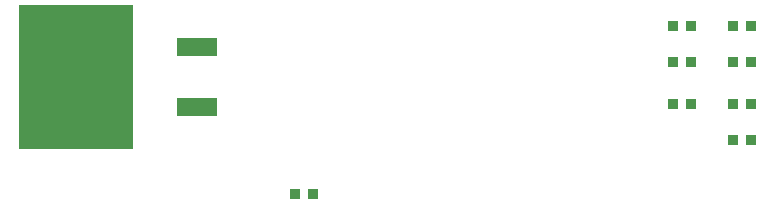
<source format=gbr>
%TF.GenerationSoftware,Altium Limited,Altium Designer,23.2.1 (34)*%
G04 Layer_Color=8421504*
%FSLAX26Y26*%
%MOIN*%
%TF.SameCoordinates,C295F6C5-B72E-4061-B5E5-0E097F681155*%
%TF.FilePolarity,Positive*%
%TF.FileFunction,Paste,Top*%
%TF.Part,Single*%
G01*
G75*
%TA.AperFunction,ConnectorPad*%
%ADD10R,0.137795X0.062992*%
%ADD11R,0.383858X0.480315*%
%TA.AperFunction,SMDPad,CuDef*%
%ADD12R,0.035039X0.036614*%
D10*
X-785472Y4310000D02*
D03*
Y4510000D02*
D03*
D11*
X-1190000Y4410000D02*
D03*
D12*
X999685Y4580000D02*
D03*
X1060315D02*
D03*
X-399685Y4020000D02*
D03*
X-460315D02*
D03*
X799685Y4580000D02*
D03*
X860315D02*
D03*
X999685Y4200000D02*
D03*
X1060315D02*
D03*
X799685Y4460000D02*
D03*
X860315D02*
D03*
Y4320000D02*
D03*
X799685D02*
D03*
X999685Y4460000D02*
D03*
X1060315D02*
D03*
Y4320000D02*
D03*
X999685D02*
D03*
%TF.MD5,b69821fb0ceb3307f7d8a9b7d1c1b8b2*%
M02*

</source>
